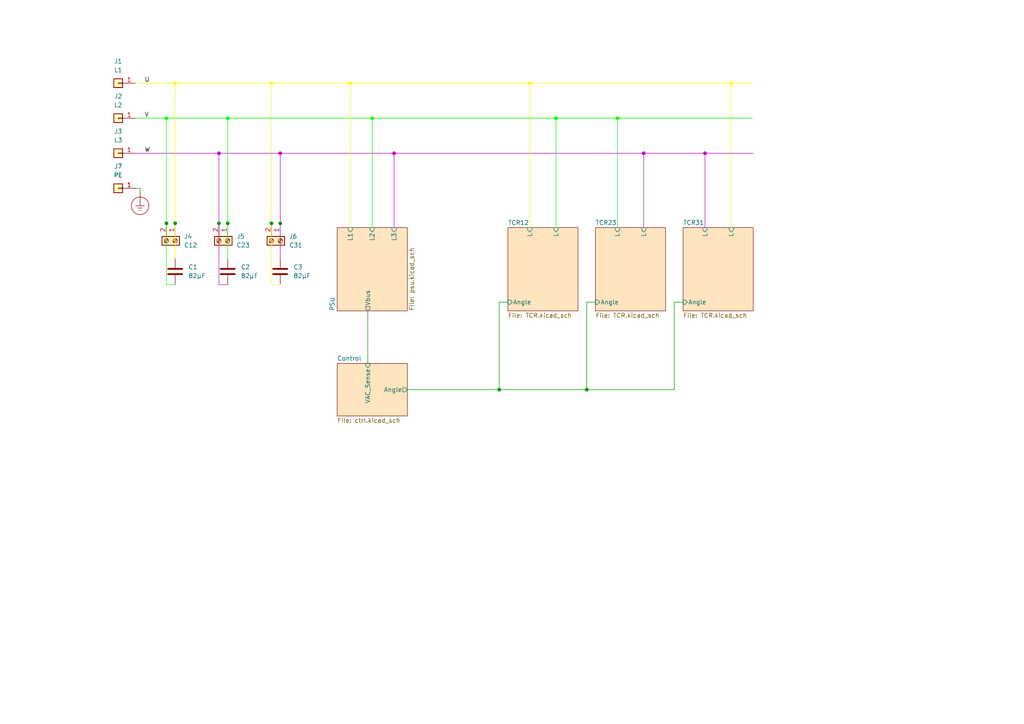
<source format=kicad_sch>
(kicad_sch (version 20230121) (generator eeschema)
  (paper "A4")
  (lib_symbols
    (symbol "Connector:Screw_Terminal_01x02" (pin_names (offset 1.016) hide)
      (property "Reference" "J" (at 0 2.54 0))
      (property "Value" "Screw_Terminal_01x02" (at 0 -5.08 0))
      (symbol "Screw_Terminal_01x02_1_1"
        (rectangle (start -1.27 1.27) (end 1.27 -3.81) (stroke (width 0.254)) (fill (type background)))
        (circle (center 0 -2.54) (radius 0.635) (stroke (width 0.1524)))
        (polyline (pts (xy -0.5334 -2.2098) (xy 0.3302 -3.048)) (stroke (width 0.1524)))
        (polyline (pts (xy -0.5334 0.3302) (xy 0.3302 -0.508)) (stroke (width 0.1524)))
        (polyline (pts (xy -0.3556 -2.032) (xy 0.508 -2.8702)) (stroke (width 0.1524)))
        (polyline (pts (xy -0.3556 0.508) (xy 0.508 -0.3302)) (stroke (width 0.1524)))
        (circle (center 0 0) (radius 0.635) (stroke (width 0.1524)))
        (pin passive line (at -5.08 0 0) (length 3.81) (name "Pin_1") (number "1"))
        (pin passive line (at -5.08 -2.54 0) (length 3.81) (name "Pin_2") (number "2"))
      )
    )
    (symbol "Connector_Generic:Conn_01x01" (pin_names (offset 1.016) hide)
      (property "Reference" "J" (at 0 2.54 0))
      (property "Value" "Conn_01x01" (at 0 -2.54 0))
      (symbol "Conn_01x01_1_1"
        (rectangle (start -1.27 0.127) (end 0 -0.127) (stroke (width 0.1524)))
        (rectangle (start -1.27 1.27) (end 1.27 -1.27) (stroke (width 0.254)) (fill (type background)))
        (pin passive line (at -5.08 0 0) (length 3.81) (name "Pin_1") (number "1"))
      )
    )
    (symbol "Device:C" (pin_numbers hide) (pin_names (offset 0.254))
      (property "Reference" "C" (at 0.635 2.54 0))
      (property "Value" "C" (at 0.635 -2.54 0))
      (symbol "C_0_1"
        (polyline (pts (xy -2.032 -0.762) (xy 2.032 -0.762)) (stroke (width 0.508)))
        (polyline (pts (xy -2.032 0.762) (xy 2.032 0.762)) (stroke (width 0.508)))
      )
      (symbol "C_1_1"
        (pin passive line (at 0 3.81 270) (length 2.794) (name "~") (number "1"))
        (pin passive line (at 0 -3.81 90) (length 2.794) (name "~") (number "2"))
      )
    )
    (symbol "power:Earth_Protective" (power) (pin_names (offset 0))
      (symbol "Earth_Protective_0_1"
        (circle (center 0 -3.81) (radius 2.54))
        (polyline (pts (xy -0.635 -4.445) (xy 0.635 -4.445)))
        (polyline (pts (xy -0.127 -5.08) (xy 0.127 -5.08)))
        (polyline (pts (xy 0 -3.81) (xy 0 0)))
        (polyline (pts (xy 1.27 -3.81) (xy -1.27 -3.81)))
      )
      (symbol "Earth_Protective_1_1"
        (pin power_in line (at 0 0 270) (length 0) hide (name "Earth_Protective") (number "1"))
      )
    )
  )
  (junction (at 153.67 24.13) (color 255 255 0 1))
  (junction (at 101.6 24.13) (color 255 255 0 1))
  (junction (at 81.28 44.45) (color 194 0 194 1))
  (junction (at 66.04 64.77))
  (junction (at 212.09 24.13) (color 255 255 0 1))
  (junction (at 50.8 24.13) (color 255 255 0 1))
  (junction (at 179.07 34.29) (color 0 255 0 1))
  (junction (at 78.74 24.13) (color 255 255 0 1))
  (junction (at 81.28 64.77))
  (junction (at 204.47 44.45) (color 194 0 194 1))
  (junction (at 114.3 44.45) (color 194 0 194 1))
  (junction (at 161.29 34.29) (color 0 255 0 1))
  (junction (at 66.04 34.29) (color 0 255 0 1))
  (junction (at 50.8 64.77))
  (junction (at 170.18 113.03))
  (junction (at 186.69 44.45) (color 194 0 194 1))
  (junction (at 107.95 34.29) (color 0 255 0 1))
  (junction (at 63.5 64.77))
  (junction (at 78.74 64.77))
  (junction (at 48.26 34.29) (color 0 255 0 1))
  (junction (at 144.78 113.03))
  (junction (at 48.26 64.77))
  (junction (at 63.5 44.45) (color 194 0 194 1))
  (wire (pts (xy 78.74 64.77) (xy 78.74 82.55)) (stroke (width 0) (color 255 255 0 0.5)))
  (wire (pts (xy 101.6 24.13) (xy 153.67 24.13)) (stroke (width 0) (color 255 255 0 1)))
  (wire (pts (xy 81.28 44.45) (xy 81.28 64.77)) (stroke (width 0) (color 194 0 194 1)))
  (wire (pts (xy 161.29 34.29) (xy 161.29 66.04)) (stroke (width 0) (color 0 255 0 1)))
  (wire (pts (xy 48.26 34.29) (xy 48.26 64.77)) (stroke (width 0) (color 0 255 0 1)))
  (wire (pts (xy 48.26 34.29) (xy 66.04 34.29)) (stroke (width 0) (color 0 255 0 1)))
  (wire (pts (xy 101.6 66.04) (xy 101.6 24.13)) (stroke (width 0) (color 255 255 0 1)))
  (wire (pts (xy 63.5 44.45) (xy 81.28 44.45)) (stroke (width 0) (color 194 0 194 1)))
  (wire (pts (xy 107.95 34.29) (xy 161.29 34.29)) (stroke (width 0) (color 0 255 0 1)))
  (wire (pts (xy 144.78 87.63) (xy 144.78 113.03)))
  (wire (pts (xy 50.8 24.13) (xy 78.74 24.13)) (stroke (width 0) (color 255 255 0 1)))
  (wire (pts (xy 186.69 44.45) (xy 204.47 44.45)) (stroke (width 0) (color 194 0 194 1)))
  (wire (pts (xy 114.3 44.45) (xy 114.3 66.04)) (stroke (width 0) (color 194 0 194 1)))
  (wire (pts (xy 50.8 24.13) (xy 50.8 64.77)) (stroke (width 0) (color 255 255 0 1)))
  (wire (pts (xy 179.07 34.29) (xy 179.07 66.04)) (stroke (width 0) (color 0 255 0 1)))
  (wire (pts (xy 198.12 87.63) (xy 195.58 87.63)))
  (wire (pts (xy 170.18 113.03) (xy 195.58 113.03)))
  (wire (pts (xy 172.72 87.63) (xy 170.18 87.63)))
  (wire (pts (xy 66.04 64.77) (xy 66.04 74.93)) (stroke (width 0) (color 0 255 0 0.5)))
  (wire (pts (xy 48.26 82.55) (xy 50.8 82.55)) (stroke (width 0) (color 0 255 0 0.5)))
  (wire (pts (xy 212.09 24.13) (xy 218.44 24.13)) (stroke (width 0) (color 255 255 0 1)))
  (wire (pts (xy 78.74 24.13) (xy 101.6 24.13)) (stroke (width 0) (color 255 255 0 1)))
  (wire (pts (xy 81.28 44.45) (xy 114.3 44.45)) (stroke (width 0) (color 194 0 194 1)))
  (wire (pts (xy 39.37 24.13) (xy 50.8 24.13)) (stroke (width 0) (color 255 255 0 1)))
  (wire (pts (xy 153.67 24.13) (xy 153.67 66.04)) (stroke (width 0) (color 255 255 0 1)))
  (wire (pts (xy 63.5 44.45) (xy 63.5 64.77)) (stroke (width 0) (color 194 0 194 1)))
  (wire (pts (xy 107.95 34.29) (xy 107.95 66.04)) (stroke (width 0) (color 0 255 0 1)))
  (wire (pts (xy 204.47 44.45) (xy 204.47 66.04)) (stroke (width 0) (color 194 0 194 1)))
  (wire (pts (xy 144.78 113.03) (xy 170.18 113.03)))
  (wire (pts (xy 186.69 44.45) (xy 186.69 66.04)) (stroke (width 0) (color 194 0 194 1)))
  (wire (pts (xy 50.8 64.77) (xy 50.8 74.93)) (stroke (width 0) (color 255 255 0 0.5)))
  (wire (pts (xy 40.64 55.88) (xy 40.64 54.61)))
  (wire (pts (xy 204.47 44.45) (xy 218.44 44.45)) (stroke (width 0) (color 194 0 194 1)))
  (wire (pts (xy 40.64 54.61) (xy 39.37 54.61)))
  (wire (pts (xy 170.18 87.63) (xy 170.18 113.03)))
  (wire (pts (xy 153.67 24.13) (xy 212.09 24.13)) (stroke (width 0) (color 255 255 0 1)))
  (wire (pts (xy 39.37 44.45) (xy 63.5 44.45)) (stroke (width 0) (color 194 0 194 1)))
  (wire (pts (xy 212.09 24.13) (xy 212.09 66.04)) (stroke (width 0) (color 255 255 0 1)))
  (wire (pts (xy 39.37 34.29) (xy 48.26 34.29)) (stroke (width 0) (color 0 255 0 1)))
  (wire (pts (xy 114.3 44.45) (xy 186.69 44.45)) (stroke (width 0) (color 194 0 194 1)))
  (wire (pts (xy 118.11 113.03) (xy 144.78 113.03)))
  (wire (pts (xy 66.04 64.77) (xy 66.04 34.29)) (stroke (width 0) (color 0 255 0 1)))
  (wire (pts (xy 78.74 82.55) (xy 81.28 82.55)) (stroke (width 0) (color 255 255 0 0.5)))
  (wire (pts (xy 48.26 64.77) (xy 48.26 82.55)) (stroke (width 0) (color 0 255 0 0.5)))
  (wire (pts (xy 63.5 82.55) (xy 66.04 82.55)) (stroke (width 0) (color 194 0 194 0.5)))
  (wire (pts (xy 179.07 34.29) (xy 218.44 34.29)) (stroke (width 0) (color 0 255 0 1)))
  (wire (pts (xy 195.58 87.63) (xy 195.58 113.03)))
  (wire (pts (xy 106.68 90.17) (xy 106.68 105.41)))
  (wire (pts (xy 78.74 24.13) (xy 78.74 64.77)) (stroke (width 0) (color 255 255 0 1)))
  (wire (pts (xy 161.29 34.29) (xy 179.07 34.29)) (stroke (width 0) (color 0 255 0 1)))
  (wire (pts (xy 81.28 64.77) (xy 81.28 74.93)) (stroke (width 0) (color 194 0 194 0.5)))
  (wire (pts (xy 63.5 64.77) (xy 63.5 82.55)) (stroke (width 0) (color 194 0 194 0.5)))
  (wire (pts (xy 147.32 87.63) (xy 144.78 87.63)))
  (wire (pts (xy 66.04 34.29) (xy 107.95 34.29)) (stroke (width 0) (color 0 255 0 1)))
  (label "V" (at 41.91 34.29 0))
  (label "W" (at 41.91 44.45 0))
  (label "U" (at 41.91 24.13 0))
  (symbol (lib_id "Connector:Screw_Terminal_01x02") (at 50.8 69.85 270) (unit 1)
    (property "Reference" "J4" (at 53.34 68.58 90) (effects (justify left)))
    (property "Value" "C12" (at 53.34 71.12 90) (effects (justify left)))
    (property "Footprint" "TerminalBlock:TerminalBlock_bornier-2_P5.08mm" (effects hide))
  )
  (symbol (lib_id "Device:C") (at 50.8 78.74 0) (unit 1) (on_board no)
    (property "Reference" "C1" (at 54.61 77.47 0) (effects (justify left)))
    (property "Value" "82µF" (at 54.61 80.01 0) (effects (justify left)))
  )
  (symbol (lib_id "Device:C") (at 66.04 78.74 0) (unit 1) (on_board no)
    (property "Reference" "C2" (at 69.85 77.47 0) (effects (justify left)))
    (property "Value" "82µF" (at 69.85 80.01 0) (effects (justify left)))
  )
  (symbol (lib_id "Connector:Screw_Terminal_01x02") (at 66.04 69.85 270) (unit 1)
    (property "Reference" "J5" (at 68.58 68.58 90) (effects (justify left)))
    (property "Value" "C23" (at 68.58 71.12 90) (effects (justify left)))
    (property "Footprint" "TerminalBlock:TerminalBlock_bornier-2_P5.08mm" (effects hide))
  )
  (symbol (lib_id "Device:C") (at 81.28 78.74 0) (unit 1) (on_board no)
    (property "Reference" "C3" (at 85.09 77.47 0) (effects (justify left)))
    (property "Value" "82µF" (at 85.09 80.01 0) (effects (justify left)))
  )
  (symbol (lib_id "Connector_Generic:Conn_01x01") (at 34.29 54.61 180) (unit 1)
    (property "Reference" "J7" (at 34.29 48.26 0))
    (property "Value" "PE" (at 34.29 50.8 0))
    (property "Footprint" "Connector:Banana_Jack_1Pin" (effects hide))
    (property "Datasheet" "https://www.farnell.com/datasheets/2827878.pdf" (effects hide))
  )
  (symbol (lib_id "power:Earth_Protective") (at 40.64 55.88 0) (unit 1)
    (property "Reference" "#PWR03" (effects hide))
    (property "Value" "Earth_Protective" (effects hide))
  )
  (symbol (lib_id "Connector_Generic:Conn_01x01") (at 34.29 24.13 180) (unit 1)
    (property "Reference" "J1" (at 34.29 17.78 0))
    (property "Value" "L1" (at 34.29 20.32 0))
    (property "Footprint" "Connector:Banana_Jack_1Pin" (effects hide))
    (property "Datasheet" "https://www.farnell.com/datasheets/2827878.pdf" (effects hide))
  )
  (symbol (lib_id "Connector_Generic:Conn_01x01") (at 34.29 34.29 180) (unit 1)
    (property "Reference" "J2" (at 34.29 27.94 0))
    (property "Value" "L2" (at 34.29 30.48 0))
    (property "Footprint" "Connector:Banana_Jack_1Pin" (effects hide))
    (property "Datasheet" "https://www.farnell.com/datasheets/2827878.pdf" (effects hide))
  )
  (symbol (lib_id "Connector_Generic:Conn_01x01") (at 34.29 44.45 180) (unit 1)
    (property "Reference" "J3" (at 34.29 38.1 0))
    (property "Value" "L3" (at 34.29 40.64 0))
    (property "Footprint" "Connector:Banana_Jack_1Pin" (effects hide))
    (property "Datasheet" "https://www.farnell.com/datasheets/2827878.pdf" (effects hide))
  )
  (symbol (lib_id "Connector:Screw_Terminal_01x02") (at 81.28 69.85 270) (unit 1)
    (property "Reference" "J6" (at 83.82 68.58 90) (effects (justify left)))
    (property "Value" "C31" (at 83.82 71.12 90) (effects (justify left)))
    (property "Footprint" "TerminalBlock:TerminalBlock_bornier-2_P5.08mm" (effects hide))
  )
  (sheet (at 172.72 66.04) (size 20.32 24.13) (stroke (width 0.1524)) (fill (color 255 229 191 1.0000))
    (property "Sheetname" "TCR23" (at 172.72 65.3284 0) (effects (justify left bottom)))
    (property "Sheetfile" "TCR.kicad_sch" (at 172.72 90.7546 0) (effects (justify left top)))
    (pin "L" input (at 179.07 66.04 90))
    (pin "L_{}" input (at 186.69 66.04 90))
    (pin "Angle" input (at 172.72 87.63 180))
  )
  (sheet (at 97.79 105.41) (size 20.32 15.24) (stroke (width 0.1524)) (fill (color 255 229 191 1.0000))
    (property "Sheetname" "Control" (at 97.79 104.6984 0) (effects (justify left bottom)))
    (property "Sheetfile" "ctrl.kicad_sch" (at 97.79 121.2346 0) (effects (justify left top)))
    (pin "VAC_Sense" input (at 106.68 105.41 90))
    (pin "Angle" output (at 118.11 113.03 0))
  )
  (sheet (at 198.12 66.04) (size 20.32 24.13) (stroke (width 0.1524)) (fill (color 255 229 191 1.0000))
    (property "Sheetname" "TCR31" (at 198.12 65.3284 0) (effects (justify left bottom)))
    (property "Sheetfile" "TCR.kicad_sch" (at 198.12 90.7546 0) (effects (justify left top)))
    (pin "L" input (at 204.47 66.04 90))
    (pin "L_{}" input (at 212.09 66.04 90))
    (pin "Angle" input (at 198.12 87.63 180))
  )
  (sheet (at 147.32 66.04) (size 20.32 24.13) (stroke (width 0.1524)) (fill (color 255 229 191 1.0000))
    (property "Sheetname" "TCR12" (at 147.32 65.3284 0) (effects (justify left bottom)))
    (property "Sheetfile" "TCR.kicad_sch" (at 147.32 90.7546 0) (effects (justify left top)))
    (pin "L" input (at 153.67 66.04 90))
    (pin "L_{}" input (at 161.29 66.04 90))
    (pin "Angle" input (at 147.32 87.63 180))
  )
  (sheet (at 97.79 66.04) (size 20.32 24.13) (stroke (width 0.1524)) (fill (color 255 229 191 1.0000))
    (property "Sheetname" "PSU" (at 97.0784 90.17 90) (effects (justify left bottom)))
    (property "Sheetfile" "psu.kicad_sch" (at 118.6946 90.17 90) (effects (justify left top)))
    (pin "L1" input (at 101.6 66.04 90))
    (pin "L2" input (at 107.95 66.04 90))
    (pin "L3" input (at 114.3 66.04 90))
    (pin "Vbus" output (at 106.68 90.17 270))
  )
)
</source>
